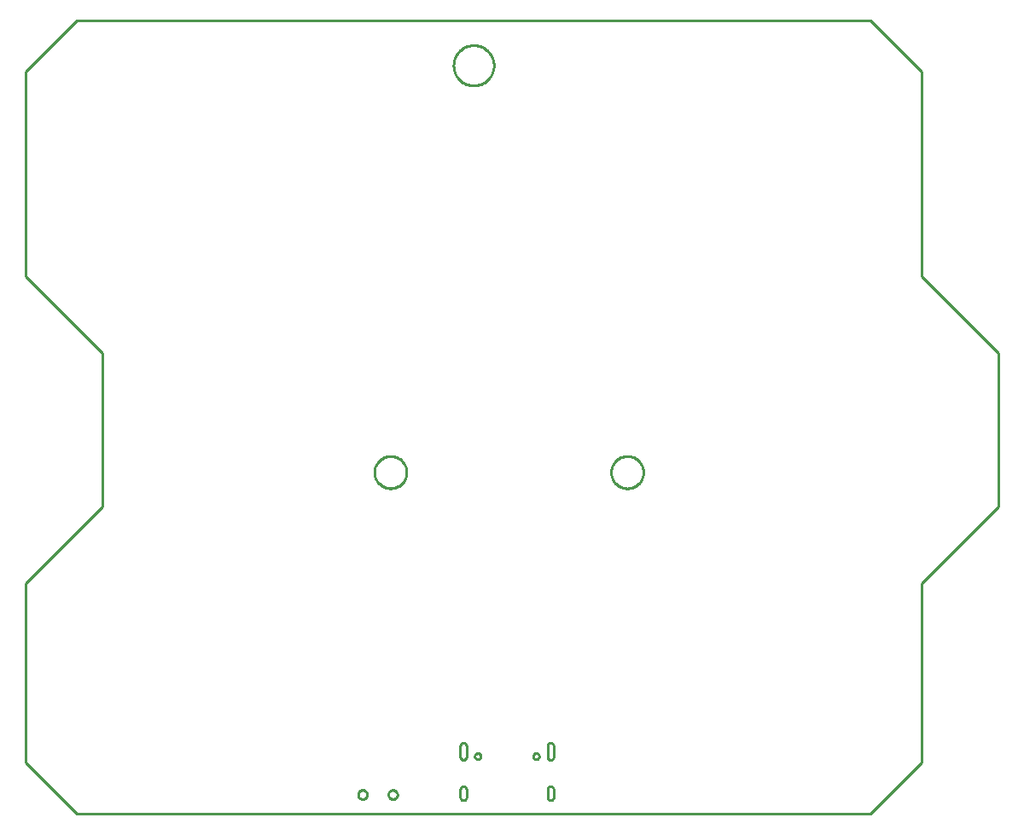
<source format=gbr>
G04 EAGLE Gerber RS-274X export*
G75*
%MOMM*%
%FSLAX34Y34*%
%LPD*%
%IN*%
%IPPOS*%
%AMOC8*
5,1,8,0,0,1.08239X$1,22.5*%
G01*
%ADD10C,0.254000*%


D10*
X0Y50800D02*
X50800Y0D01*
X838200Y0D01*
X889000Y50800D01*
X889000Y228600D01*
X965200Y304800D01*
X965200Y457200D01*
X889000Y533400D01*
X889000Y736600D01*
X838200Y787400D01*
X50800Y787400D01*
X0Y736600D01*
X0Y533400D01*
X76200Y457200D01*
X76200Y304800D01*
X0Y228600D01*
X0Y50800D01*
X517770Y16320D02*
X517781Y16059D01*
X517816Y15799D01*
X517872Y15544D01*
X517951Y15294D01*
X518051Y15052D01*
X518172Y14820D01*
X518313Y14599D01*
X518472Y14392D01*
X518649Y14199D01*
X518842Y14022D01*
X519049Y13863D01*
X519270Y13722D01*
X519502Y13601D01*
X519744Y13501D01*
X519994Y13422D01*
X520249Y13366D01*
X520509Y13331D01*
X520770Y13320D01*
X521031Y13331D01*
X521291Y13366D01*
X521546Y13422D01*
X521796Y13501D01*
X522038Y13601D01*
X522270Y13722D01*
X522491Y13863D01*
X522698Y14022D01*
X522891Y14199D01*
X523068Y14392D01*
X523227Y14599D01*
X523368Y14820D01*
X523489Y15052D01*
X523589Y15294D01*
X523668Y15544D01*
X523724Y15799D01*
X523759Y16059D01*
X523770Y16320D01*
X523770Y24320D01*
X523759Y24581D01*
X523724Y24841D01*
X523668Y25096D01*
X523589Y25346D01*
X523489Y25588D01*
X523368Y25820D01*
X523227Y26041D01*
X523068Y26248D01*
X522891Y26441D01*
X522698Y26618D01*
X522491Y26777D01*
X522270Y26918D01*
X522038Y27039D01*
X521796Y27139D01*
X521546Y27218D01*
X521291Y27274D01*
X521031Y27309D01*
X520770Y27320D01*
X520509Y27309D01*
X520249Y27274D01*
X519994Y27218D01*
X519744Y27139D01*
X519502Y27039D01*
X519270Y26918D01*
X519049Y26777D01*
X518842Y26618D01*
X518649Y26441D01*
X518472Y26248D01*
X518313Y26041D01*
X518172Y25820D01*
X518051Y25588D01*
X517951Y25346D01*
X517872Y25096D01*
X517816Y24841D01*
X517781Y24581D01*
X517770Y24320D01*
X517770Y16320D01*
X431270Y16320D02*
X431281Y16059D01*
X431316Y15799D01*
X431372Y15544D01*
X431451Y15294D01*
X431551Y15052D01*
X431672Y14820D01*
X431813Y14599D01*
X431972Y14392D01*
X432149Y14199D01*
X432342Y14022D01*
X432549Y13863D01*
X432770Y13722D01*
X433002Y13601D01*
X433244Y13501D01*
X433494Y13422D01*
X433749Y13366D01*
X434009Y13331D01*
X434270Y13320D01*
X434531Y13331D01*
X434791Y13366D01*
X435046Y13422D01*
X435296Y13501D01*
X435538Y13601D01*
X435770Y13722D01*
X435991Y13863D01*
X436198Y14022D01*
X436391Y14199D01*
X436568Y14392D01*
X436727Y14599D01*
X436868Y14820D01*
X436989Y15052D01*
X437089Y15294D01*
X437168Y15544D01*
X437224Y15799D01*
X437259Y16059D01*
X437270Y16320D01*
X437270Y24320D01*
X437259Y24581D01*
X437224Y24841D01*
X437168Y25096D01*
X437089Y25346D01*
X436989Y25588D01*
X436868Y25820D01*
X436727Y26041D01*
X436568Y26248D01*
X436391Y26441D01*
X436198Y26618D01*
X435991Y26777D01*
X435770Y26918D01*
X435538Y27039D01*
X435296Y27139D01*
X435046Y27218D01*
X434791Y27274D01*
X434531Y27309D01*
X434270Y27320D01*
X434009Y27309D01*
X433749Y27274D01*
X433494Y27218D01*
X433244Y27139D01*
X433002Y27039D01*
X432770Y26918D01*
X432549Y26777D01*
X432342Y26618D01*
X432149Y26441D01*
X431972Y26248D01*
X431813Y26041D01*
X431672Y25820D01*
X431551Y25588D01*
X431451Y25346D01*
X431372Y25096D01*
X431316Y24841D01*
X431281Y24581D01*
X431270Y24320D01*
X431270Y16320D01*
X517770Y56520D02*
X517781Y56259D01*
X517816Y55999D01*
X517872Y55744D01*
X517951Y55494D01*
X518051Y55252D01*
X518172Y55020D01*
X518313Y54799D01*
X518472Y54592D01*
X518649Y54399D01*
X518842Y54222D01*
X519049Y54063D01*
X519270Y53922D01*
X519502Y53801D01*
X519744Y53701D01*
X519994Y53622D01*
X520249Y53566D01*
X520509Y53531D01*
X520770Y53520D01*
X521031Y53531D01*
X521291Y53566D01*
X521546Y53622D01*
X521796Y53701D01*
X522038Y53801D01*
X522270Y53922D01*
X522491Y54063D01*
X522698Y54222D01*
X522891Y54399D01*
X523068Y54592D01*
X523227Y54799D01*
X523368Y55020D01*
X523489Y55252D01*
X523589Y55494D01*
X523668Y55744D01*
X523724Y55999D01*
X523759Y56259D01*
X523770Y56520D01*
X523770Y67520D01*
X523759Y67781D01*
X523724Y68041D01*
X523668Y68296D01*
X523589Y68546D01*
X523489Y68788D01*
X523368Y69020D01*
X523227Y69241D01*
X523068Y69448D01*
X522891Y69641D01*
X522698Y69818D01*
X522491Y69977D01*
X522270Y70118D01*
X522038Y70239D01*
X521796Y70339D01*
X521546Y70418D01*
X521291Y70474D01*
X521031Y70509D01*
X520770Y70520D01*
X520509Y70509D01*
X520249Y70474D01*
X519994Y70418D01*
X519744Y70339D01*
X519502Y70239D01*
X519270Y70118D01*
X519049Y69977D01*
X518842Y69818D01*
X518649Y69641D01*
X518472Y69448D01*
X518313Y69241D01*
X518172Y69020D01*
X518051Y68788D01*
X517951Y68546D01*
X517872Y68296D01*
X517816Y68041D01*
X517781Y67781D01*
X517770Y67520D01*
X517770Y56520D01*
X431270Y56520D02*
X431281Y56259D01*
X431316Y55999D01*
X431372Y55744D01*
X431451Y55494D01*
X431551Y55252D01*
X431672Y55020D01*
X431813Y54799D01*
X431972Y54592D01*
X432149Y54399D01*
X432342Y54222D01*
X432549Y54063D01*
X432770Y53922D01*
X433002Y53801D01*
X433244Y53701D01*
X433494Y53622D01*
X433749Y53566D01*
X434009Y53531D01*
X434270Y53520D01*
X434531Y53531D01*
X434791Y53566D01*
X435046Y53622D01*
X435296Y53701D01*
X435538Y53801D01*
X435770Y53922D01*
X435991Y54063D01*
X436198Y54222D01*
X436391Y54399D01*
X436568Y54592D01*
X436727Y54799D01*
X436868Y55020D01*
X436989Y55252D01*
X437089Y55494D01*
X437168Y55744D01*
X437224Y55999D01*
X437259Y56259D01*
X437270Y56520D01*
X437270Y67520D01*
X437259Y67781D01*
X437224Y68041D01*
X437168Y68296D01*
X437089Y68546D01*
X436989Y68788D01*
X436868Y69020D01*
X436727Y69241D01*
X436568Y69448D01*
X436391Y69641D01*
X436198Y69818D01*
X435991Y69977D01*
X435770Y70118D01*
X435538Y70239D01*
X435296Y70339D01*
X435046Y70418D01*
X434791Y70474D01*
X434531Y70509D01*
X434270Y70520D01*
X434009Y70509D01*
X433749Y70474D01*
X433494Y70418D01*
X433244Y70339D01*
X433002Y70239D01*
X432770Y70118D01*
X432549Y69977D01*
X432342Y69818D01*
X432149Y69641D01*
X431972Y69448D01*
X431813Y69241D01*
X431672Y69020D01*
X431551Y68788D01*
X431451Y68546D01*
X431372Y68296D01*
X431316Y68041D01*
X431281Y67781D01*
X431270Y67520D01*
X431270Y56520D01*
X464500Y742346D02*
X464427Y741139D01*
X464281Y739939D01*
X464063Y738750D01*
X463774Y737577D01*
X463415Y736423D01*
X462986Y735293D01*
X462490Y734191D01*
X461928Y733120D01*
X461303Y732086D01*
X460616Y731091D01*
X459871Y730140D01*
X459069Y729235D01*
X458215Y728381D01*
X457310Y727579D01*
X456359Y726834D01*
X455364Y726147D01*
X454330Y725522D01*
X453259Y724960D01*
X452157Y724464D01*
X451027Y724035D01*
X449873Y723676D01*
X448700Y723387D01*
X447511Y723169D01*
X446311Y723023D01*
X445104Y722950D01*
X443896Y722950D01*
X442689Y723023D01*
X441489Y723169D01*
X440300Y723387D01*
X439127Y723676D01*
X437973Y724035D01*
X436843Y724464D01*
X435741Y724960D01*
X434670Y725522D01*
X433636Y726147D01*
X432641Y726834D01*
X431690Y727579D01*
X430785Y728381D01*
X429931Y729235D01*
X429129Y730140D01*
X428384Y731091D01*
X427697Y732086D01*
X427072Y733120D01*
X426510Y734191D01*
X426014Y735293D01*
X425585Y736423D01*
X425226Y737577D01*
X424937Y738750D01*
X424719Y739939D01*
X424573Y741139D01*
X424500Y742346D01*
X424500Y743554D01*
X424573Y744761D01*
X424719Y745961D01*
X424937Y747150D01*
X425226Y748323D01*
X425585Y749477D01*
X426014Y750607D01*
X426510Y751709D01*
X427072Y752780D01*
X427697Y753814D01*
X428384Y754809D01*
X429129Y755760D01*
X429931Y756665D01*
X430785Y757519D01*
X431690Y758321D01*
X432641Y759066D01*
X433636Y759753D01*
X434670Y760378D01*
X435741Y760940D01*
X436843Y761436D01*
X437973Y761865D01*
X439127Y762224D01*
X440300Y762513D01*
X441489Y762731D01*
X442689Y762877D01*
X443896Y762950D01*
X445104Y762950D01*
X446311Y762877D01*
X447511Y762731D01*
X448700Y762513D01*
X449873Y762224D01*
X451027Y761865D01*
X452157Y761436D01*
X453259Y760940D01*
X454330Y760378D01*
X455364Y759753D01*
X456359Y759066D01*
X457310Y758321D01*
X458215Y757519D01*
X459069Y756665D01*
X459871Y755760D01*
X460616Y754809D01*
X461303Y753814D01*
X461928Y752780D01*
X462490Y751709D01*
X462986Y750607D01*
X463415Y749477D01*
X463774Y748323D01*
X464063Y747150D01*
X464281Y745961D01*
X464427Y744761D01*
X464500Y743554D01*
X464500Y742346D01*
X334559Y23550D02*
X335144Y23473D01*
X335714Y23320D01*
X336259Y23095D01*
X336769Y22800D01*
X337237Y22441D01*
X337655Y22023D01*
X338014Y21555D01*
X338309Y21045D01*
X338534Y20500D01*
X338687Y19930D01*
X338764Y19345D01*
X338764Y18755D01*
X338687Y18170D01*
X338534Y17600D01*
X338309Y17055D01*
X338014Y16545D01*
X337655Y16077D01*
X337237Y15659D01*
X336769Y15300D01*
X336259Y15005D01*
X335714Y14780D01*
X335144Y14627D01*
X334559Y14550D01*
X333969Y14550D01*
X333384Y14627D01*
X332814Y14780D01*
X332269Y15005D01*
X331759Y15300D01*
X331291Y15659D01*
X330873Y16077D01*
X330514Y16545D01*
X330219Y17055D01*
X329994Y17600D01*
X329841Y18170D01*
X329764Y18755D01*
X329764Y19345D01*
X329841Y19930D01*
X329994Y20500D01*
X330219Y21045D01*
X330514Y21555D01*
X330873Y22023D01*
X331291Y22441D01*
X331759Y22800D01*
X332269Y23095D01*
X332814Y23320D01*
X333384Y23473D01*
X333969Y23550D01*
X334559Y23550D01*
X364531Y23550D02*
X365116Y23473D01*
X365686Y23320D01*
X366231Y23095D01*
X366741Y22800D01*
X367209Y22441D01*
X367627Y22023D01*
X367986Y21555D01*
X368281Y21045D01*
X368506Y20500D01*
X368659Y19930D01*
X368736Y19345D01*
X368736Y18755D01*
X368659Y18170D01*
X368506Y17600D01*
X368281Y17055D01*
X367986Y16545D01*
X367627Y16077D01*
X367209Y15659D01*
X366741Y15300D01*
X366231Y15005D01*
X365686Y14780D01*
X365116Y14627D01*
X364531Y14550D01*
X363941Y14550D01*
X363356Y14627D01*
X362786Y14780D01*
X362241Y15005D01*
X361731Y15300D01*
X361263Y15659D01*
X360845Y16077D01*
X360486Y16545D01*
X360191Y17055D01*
X359966Y17600D01*
X359813Y18170D01*
X359736Y18755D01*
X359736Y19345D01*
X359813Y19930D01*
X359966Y20500D01*
X360191Y21045D01*
X360486Y21555D01*
X360845Y22023D01*
X361263Y22441D01*
X361731Y22800D01*
X362241Y23095D01*
X362786Y23320D01*
X363356Y23473D01*
X363941Y23550D01*
X364531Y23550D01*
X580900Y338566D02*
X580969Y337521D01*
X581105Y336482D01*
X581310Y335455D01*
X581581Y334443D01*
X581917Y333451D01*
X582318Y332483D01*
X582782Y331544D01*
X583306Y330636D01*
X583888Y329765D01*
X584525Y328934D01*
X585216Y328147D01*
X585957Y327406D01*
X586744Y326715D01*
X587575Y326078D01*
X588446Y325496D01*
X589354Y324972D01*
X590293Y324508D01*
X591261Y324107D01*
X592253Y323771D01*
X593265Y323500D01*
X594292Y323295D01*
X595331Y323159D01*
X596376Y323090D01*
X597424Y323090D01*
X598469Y323159D01*
X599508Y323295D01*
X600535Y323500D01*
X601547Y323771D01*
X602539Y324107D01*
X603507Y324508D01*
X604446Y324972D01*
X605354Y325496D01*
X606225Y326078D01*
X607056Y326715D01*
X607843Y327406D01*
X608584Y328147D01*
X609275Y328934D01*
X609913Y329765D01*
X610495Y330636D01*
X611018Y331544D01*
X611482Y332483D01*
X611883Y333451D01*
X612219Y334443D01*
X612490Y335455D01*
X612695Y336482D01*
X612832Y337521D01*
X612900Y338566D01*
X612900Y339614D01*
X612832Y340659D01*
X612695Y341698D01*
X612490Y342725D01*
X612219Y343737D01*
X611883Y344729D01*
X611482Y345697D01*
X611018Y346636D01*
X610495Y347544D01*
X609913Y348415D01*
X609275Y349246D01*
X608584Y350033D01*
X607843Y350774D01*
X607056Y351465D01*
X606225Y352103D01*
X605354Y352685D01*
X604446Y353208D01*
X603507Y353672D01*
X602539Y354073D01*
X601547Y354409D01*
X600535Y354680D01*
X599508Y354885D01*
X598469Y355022D01*
X597424Y355090D01*
X596376Y355090D01*
X595331Y355022D01*
X594292Y354885D01*
X593265Y354680D01*
X592253Y354409D01*
X591261Y354073D01*
X590293Y353672D01*
X589354Y353208D01*
X588446Y352685D01*
X587575Y352103D01*
X586744Y351465D01*
X585957Y350774D01*
X585216Y350033D01*
X584525Y349246D01*
X583888Y348415D01*
X583306Y347544D01*
X582782Y346636D01*
X582318Y345697D01*
X581917Y344729D01*
X581581Y343737D01*
X581310Y342725D01*
X581105Y341698D01*
X580969Y340659D01*
X580900Y339614D01*
X580900Y338566D01*
X345950Y338566D02*
X346019Y337521D01*
X346155Y336482D01*
X346360Y335455D01*
X346631Y334443D01*
X346967Y333451D01*
X347368Y332483D01*
X347832Y331544D01*
X348356Y330636D01*
X348938Y329765D01*
X349575Y328934D01*
X350266Y328147D01*
X351007Y327406D01*
X351794Y326715D01*
X352625Y326078D01*
X353496Y325496D01*
X354404Y324972D01*
X355343Y324508D01*
X356311Y324107D01*
X357303Y323771D01*
X358315Y323500D01*
X359342Y323295D01*
X360381Y323159D01*
X361426Y323090D01*
X362474Y323090D01*
X363519Y323159D01*
X364558Y323295D01*
X365585Y323500D01*
X366597Y323771D01*
X367589Y324107D01*
X368557Y324508D01*
X369496Y324972D01*
X370404Y325496D01*
X371275Y326078D01*
X372106Y326715D01*
X372893Y327406D01*
X373634Y328147D01*
X374325Y328934D01*
X374963Y329765D01*
X375545Y330636D01*
X376068Y331544D01*
X376532Y332483D01*
X376933Y333451D01*
X377269Y334443D01*
X377540Y335455D01*
X377745Y336482D01*
X377882Y337521D01*
X377950Y338566D01*
X377950Y339614D01*
X377882Y340659D01*
X377745Y341698D01*
X377540Y342725D01*
X377269Y343737D01*
X376933Y344729D01*
X376532Y345697D01*
X376068Y346636D01*
X375545Y347544D01*
X374963Y348415D01*
X374325Y349246D01*
X373634Y350033D01*
X372893Y350774D01*
X372106Y351465D01*
X371275Y352103D01*
X370404Y352685D01*
X369496Y353208D01*
X368557Y353672D01*
X367589Y354073D01*
X366597Y354409D01*
X365585Y354680D01*
X364558Y354885D01*
X363519Y355022D01*
X362474Y355090D01*
X361426Y355090D01*
X360381Y355022D01*
X359342Y354885D01*
X358315Y354680D01*
X357303Y354409D01*
X356311Y354073D01*
X355343Y353672D01*
X354404Y353208D01*
X353496Y352685D01*
X352625Y352103D01*
X351794Y351465D01*
X351007Y350774D01*
X350266Y350033D01*
X349575Y349246D01*
X348938Y348415D01*
X348356Y347544D01*
X347832Y346636D01*
X347368Y345697D01*
X346967Y344729D01*
X346631Y343737D01*
X346360Y342725D01*
X346155Y341698D01*
X346019Y340659D01*
X345950Y339614D01*
X345950Y338566D01*
X451620Y56884D02*
X451546Y56418D01*
X451400Y55968D01*
X451186Y55548D01*
X450908Y55166D01*
X450574Y54832D01*
X450192Y54554D01*
X449772Y54340D01*
X449323Y54194D01*
X448856Y54120D01*
X448384Y54120D01*
X447918Y54194D01*
X447468Y54340D01*
X447048Y54554D01*
X446666Y54832D01*
X446332Y55166D01*
X446054Y55548D01*
X445840Y55968D01*
X445694Y56418D01*
X445620Y56884D01*
X445620Y57356D01*
X445694Y57823D01*
X445840Y58272D01*
X446054Y58692D01*
X446332Y59074D01*
X446666Y59408D01*
X447048Y59686D01*
X447468Y59900D01*
X447918Y60046D01*
X448384Y60120D01*
X448856Y60120D01*
X449323Y60046D01*
X449772Y59900D01*
X450192Y59686D01*
X450574Y59408D01*
X450908Y59074D01*
X451186Y58692D01*
X451400Y58272D01*
X451546Y57823D01*
X451620Y57356D01*
X451620Y56884D01*
X509420Y56884D02*
X509346Y56418D01*
X509200Y55968D01*
X508986Y55548D01*
X508708Y55166D01*
X508374Y54832D01*
X507992Y54554D01*
X507572Y54340D01*
X507123Y54194D01*
X506656Y54120D01*
X506184Y54120D01*
X505718Y54194D01*
X505268Y54340D01*
X504848Y54554D01*
X504466Y54832D01*
X504132Y55166D01*
X503854Y55548D01*
X503640Y55968D01*
X503494Y56418D01*
X503420Y56884D01*
X503420Y57356D01*
X503494Y57823D01*
X503640Y58272D01*
X503854Y58692D01*
X504132Y59074D01*
X504466Y59408D01*
X504848Y59686D01*
X505268Y59900D01*
X505718Y60046D01*
X506184Y60120D01*
X506656Y60120D01*
X507123Y60046D01*
X507572Y59900D01*
X507992Y59686D01*
X508374Y59408D01*
X508708Y59074D01*
X508986Y58692D01*
X509200Y58272D01*
X509346Y57823D01*
X509420Y57356D01*
X509420Y56884D01*
M02*

</source>
